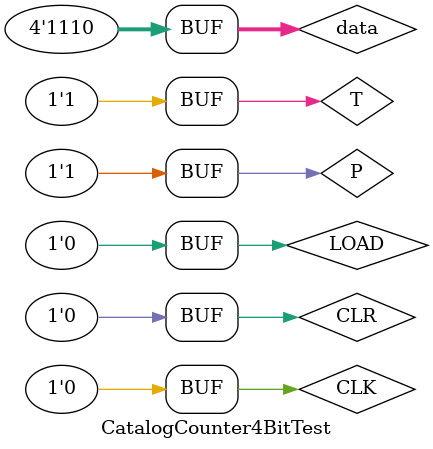
<source format=v>
`timescale 1ns / 1ps


module CatalogCounter4BitTest;

	// Inputs
	reg P;
	reg T;
	reg CLK;
	reg [3:0] data;
	reg LOAD;
	reg CLR;

	// Outputs
	wire RCO;
	wire [3:0] Qdata;

	// Instantiate the Unit Under Test (UUT)
	CatalogCounter4Bit uut (
		.P(P), 
		.T(T), 
		.CLK(CLK), 
		.data(data), 
		.LOAD(LOAD), 
		.CLR(CLR), 
		.RCO(RCO), 
		.Qdata(Qdata)
	);

	initial begin

	P = 1;
	T = 1;
	CLK = 0;
	data = 14;
	LOAD = 0;
	CLR = 0;
	#100;
	#30;
	LOAD = 1;
	CLR = 1;
	#30;
	LOAD = 0;
	CLR = 0;
	#300 LOAD = 1;
	#360 LOAD = 0;

end

always begin
	#50 CLK = 1;
	#50 CLK = 0;
end


      
endmodule


</source>
